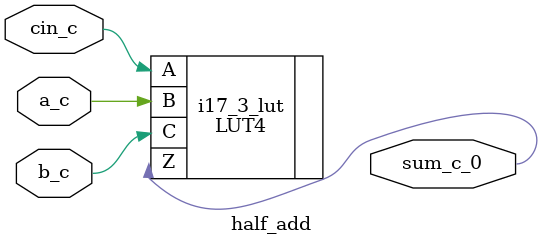
<source format=v>

module sum1bit (a, b, cin, cout, sum);   // d:/rtl_fpga/vhdl/sum_component/sum_1bit.vhd(4[8:15])
    input a;   // d:/rtl_fpga/vhdl/sum_component/sum_1bit.vhd(6[3:4])
    input b;   // d:/rtl_fpga/vhdl/sum_component/sum_1bit.vhd(6[5:6])
    input cin;   // d:/rtl_fpga/vhdl/sum_component/sum_1bit.vhd(6[8:11])
    output cout;   // d:/rtl_fpga/vhdl/sum_component/sum_1bit.vhd(7[3:7])
    output sum;   // d:/rtl_fpga/vhdl/sum_component/sum_1bit.vhd(7[9:12])
    
    
    wire a_c, b_c, cin_c, cout_c, sum_c_0, GND_net, VCC_net;
    
    VLO i42 (.Z(GND_net));
    IB cin_pad (.I(cin), .O(cin_c));   // d:/rtl_fpga/vhdl/sum_component/sum_1bit.vhd(6[8:11])
    IB a_pad (.I(a), .O(a_c));   // d:/rtl_fpga/vhdl/sum_component/sum_1bit.vhd(6[3:4])
    OB cout_pad (.I(cout_c), .O(cout));   // d:/rtl_fpga/vhdl/sum_component/sum_1bit.vhd(7[3:7])
    IB b_pad (.I(b), .O(b_c));   // d:/rtl_fpga/vhdl/sum_component/sum_1bit.vhd(6[5:6])
    half_add_U0 hadd0 (.a_c(a_c), .b_c(b_c), .cin_c(cin_c), .cout_c(cout_c));   // d:/rtl_fpga/vhdl/sum_component/sum_1bit.vhd(25[8:16])
    GSR GSR_INST (.GSR(VCC_net));
    OB sum_pad (.I(sum_c_0), .O(sum));   // d:/rtl_fpga/vhdl/sum_component/sum_1bit.vhd(7[9:12])
    PUR PUR_INST (.PUR(VCC_net));
    defparam PUR_INST.RST_PULSE = 1;
    half_add hadd1 (.cin_c(cin_c), .a_c(a_c), .b_c(b_c), .sum_c_0(sum_c_0));   // d:/rtl_fpga/vhdl/sum_component/sum_1bit.vhd(31[8:16])
    VHI i43 (.Z(VCC_net));
    
endmodule
//
// Verilog Description of module half_add_U0
//

module half_add_U0 (a_c, b_c, cin_c, cout_c);
    input a_c;
    input b_c;
    input cin_c;
    output cout_c;
    
    
    LUT4 scout0_I_0_4_lut_3_lut (.A(a_c), .B(b_c), .C(cin_c), .Z(cout_c)) /* synthesis lut_function=(A (B+(C))+!A (B (C))) */ ;
    defparam scout0_I_0_4_lut_3_lut.init = 16'he8e8;
    
endmodule
//
// Verilog Description of module PUR
// module not written out since it is a black-box. 
//

//
// Verilog Description of module half_add
//

module half_add (cin_c, a_c, b_c, sum_c_0);
    input cin_c;
    input a_c;
    input b_c;
    output sum_c_0;
    
    
    LUT4 i17_3_lut (.A(cin_c), .B(a_c), .C(b_c), .Z(sum_c_0)) /* synthesis lut_function=(A (B (C)+!B !(C))+!A !(B (C)+!B !(C))) */ ;
    defparam i17_3_lut.init = 16'h9696;
    
endmodule

</source>
